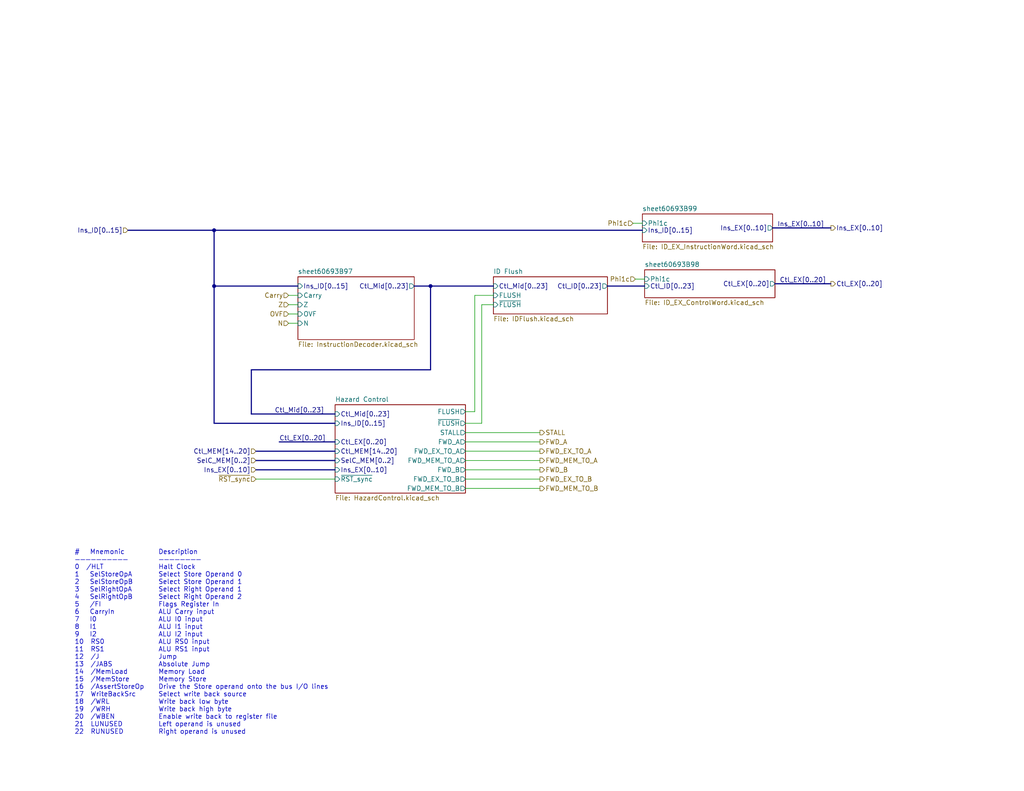
<source format=kicad_sch>
(kicad_sch (version 20230121) (generator eeschema)
  (paper "USLetter")
  (title_block (title "ID") (date "2023-11-25") (rev "A") (comment 1 "Simultaneously, read the register file using indices extracted from the instruction word.") (comment 2 "effect conditional instructions.") (comment 3 "The decoder takes the condition code from the flags register into account to") (comment 4 "The instruction decoder turns a 5-bit opcode into an array of control signals."))
  (lib_symbols)
  (junction (at 58.42 62.865))
  (junction (at 58.42 78.105))
  (junction (at 117.475 78.105))
  (wire (pts (xy 134.62 83.185) (xy 131.445 83.185)))
  (wire (pts (xy 81.28 88.265) (xy 78.74 88.265)))
  (bus (pts (xy 68.58 113.03) (xy 91.44 113.03)))
  (bus (pts (xy 117.475 100.965) (xy 117.475 78.105)))
  (wire (pts (xy 134.62 80.645) (xy 129.54 80.645)))
  (wire (pts (xy 129.54 80.645) (xy 129.54 112.395)))
  (wire (pts (xy 175.895 76.2) (xy 173.355 76.2)))
  (wire (pts (xy 127 128.27) (xy 147.32 128.27)))
  (wire (pts (xy 175.26 60.96) (xy 172.72 60.96)))
  (bus (pts (xy 69.85 128.27) (xy 91.44 128.27)))
  (bus (pts (xy 91.44 120.65) (xy 76.2 120.65)))
  (bus (pts (xy 165.735 78.105) (xy 175.895 78.105)))
  (wire (pts (xy 131.445 83.185) (xy 131.445 115.57)))
  (wire (pts (xy 81.28 85.725) (xy 78.74 85.725)))
  (wire (pts (xy 127 123.19) (xy 147.32 123.19)))
  (bus (pts (xy 58.42 115.57) (xy 91.44 115.57)))
  (bus (pts (xy 69.85 123.19) (xy 91.44 123.19)))
  (wire (pts (xy 127 120.65) (xy 147.32 120.65)))
  (bus (pts (xy 69.85 125.73) (xy 91.44 125.73)))
  (wire (pts (xy 81.28 83.185) (xy 78.74 83.185)))
  (wire (pts (xy 127 133.35) (xy 147.32 133.35)))
  (bus (pts (xy 34.925 62.865) (xy 58.42 62.865)))
  (bus (pts (xy 68.58 100.965) (xy 117.475 100.965)))
  (bus (pts (xy 81.28 78.105) (xy 58.42 78.105)))
  (wire (pts (xy 127 118.11) (xy 147.32 118.11)))
  (wire (pts (xy 131.445 115.57) (xy 127 115.57)))
  (wire (pts (xy 127 125.73) (xy 147.32 125.73)))
  (bus (pts (xy 117.475 78.105) (xy 134.62 78.105)))
  (bus (pts (xy 211.455 77.47) (xy 226.695 77.47)))
  (bus (pts (xy 58.42 62.865) (xy 175.26 62.865)))
  (wire (pts (xy 127 112.395) (xy 129.54 112.395)))
  (wire (pts (xy 147.32 130.81) (xy 127 130.81)))
  (bus (pts (xy 113.03 78.105) (xy 117.475 78.105)))
  (wire (pts (xy 81.28 80.645) (xy 78.74 80.645)))
  (bus (pts (xy 210.82 62.23) (xy 226.695 62.23)))
  (bus (pts (xy 58.42 78.105) (xy 58.42 115.57)))
  (bus (pts (xy 68.58 113.03) (xy 68.58 100.965)))
  (bus (pts (xy 58.42 62.865) (xy 58.42 78.105)))
  (wire (pts (xy 69.85 130.81) (xy 91.44 130.81)))
  (text "Description\n————————\nHalt Clock\nSelect Store Operand 0\nSelect Store Operand 1\nSelect Right Operand 1\nSelect Right Operand 2\nFlags Register In\nALU Carry input\nALU I0 input\nALU I1 input\nALU I2 input\nALU RS0 input\nALU RS1 input\nJump\nAbsolute Jump\nMemory Load\nMemory Store\nDrive the Store operand onto the bus I/O lines\nSelect write back source\nWrite back low byte\nWrite back high byte\nEnable write back to register file\nLeft operand is unused\nRight operand is unused" (at 43.18 200.66 0) (effects (font (size 1.27 1.27)) (justify left bottom)))
  (text "#   Mnemonic\n——————————\n0  /HLT\n1   SelStoreOpA\n2   SelStoreOpB\n3   SelRightOpA\n4   SelRightOpB\n5   /FI\n6   CarryIn\n7   I0\n8   I1\n9   I2\n10  RS0\n11  RS1\n12  /J\n13  /JABS\n14  /MemLoad\n15  /MemStore\n16  /AssertStoreOp\n17  WriteBackSrc\n18  /WRL\n19  /WRH\n20  /WBEN\n21  LUNUSED\n22  RUNUSED" (at 20.32 200.66 0) (effects (font (size 1.27 1.27)) (justify left bottom)))
  (label "Ins_EX[0..10]" (at 212.09 62.23 0))
  (label "Ctl_EX[0..20]" (at 76.2 120.65 0))
  (label "Ctl_EX[0..20]" (at 212.725 77.47 0))
  (label "Ctl_Mid[0..23]" (at 74.93 113.03 0))
  (hierarchical_label "Carry" (shape input) (at 78.74 80.645 180))
  (hierarchical_label "Phi1c" (shape input) (at 173.355 76.2 180))
  (hierarchical_label "OVF" (shape input) (at 78.74 85.725 180))
  (hierarchical_label "FWD_A" (shape output) (at 147.32 120.65 0))
  (hierarchical_label "N" (shape input) (at 78.74 88.265 180))
  (hierarchical_label "Z" (shape input) (at 78.74 83.185 180))
  (hierarchical_label "FWD_EX_TO_B" (shape output) (at 147.32 130.81 0))
  (hierarchical_label "Ctl_EX[0..20]" (shape output) (at 226.695 77.47 0))
  (hierarchical_label "Ins_EX[0..10]" (shape input) (at 69.85 128.27 180))
  (hierarchical_label "STALL" (shape output) (at 147.32 118.11 0))
  (hierarchical_label "Ctl_MEM[14..20]" (shape input) (at 69.85 123.19 180))
  (hierarchical_label "Ins_EX[0..10]" (shape output) (at 226.695 62.23 0))
  (hierarchical_label "FWD_MEM_TO_B" (shape output) (at 147.32 133.35 0))
  (hierarchical_label "Phi1c" (shape input) (at 172.72 60.96 180))
  (hierarchical_label "FWD_MEM_TO_A" (shape output) (at 147.32 125.73 0))
  (hierarchical_label "SelC_MEM[0..2]" (shape input) (at 69.85 125.73 180))
  (hierarchical_label "Ins_ID[0..15]" (shape input) (at 34.925 62.865 180))
  (hierarchical_label "FWD_EX_TO_A" (shape output) (at 147.32 123.19 0))
  (hierarchical_label "~{RST_sync}" (shape input) (at 69.85 130.81 180))
  (hierarchical_label "FWD_B" (shape output) (at 147.32 128.27 0))
  (sheet (at 91.44 110.49) (size 35.56 24.13)
    (property "Sheetname" "Hazard Control" (at 91.44 109.7784 0) (effects (justify left bottom)))
    (property "Sheetfile" "HazardControl.kicad_sch" (at 91.44 135.2046 0) (effects (justify left top)))
    (pin "SelC_MEM[0..2]" input (at 91.44 125.73 180))
    (pin "Ins_EX[0..10]" input (at 91.44 128.27 180))
    (pin "Ctl_MEM[14..20]" input (at 91.44 123.19 180))
    (pin "Ins_ID[0..15]" input (at 91.44 115.57 180))
    (pin "STALL" output (at 127 118.11 0))
    (pin "~{FLUSH}" output (at 127 115.57 0))
    (pin "FWD_A" output (at 127 120.65 0))
    (pin "FWD_EX_TO_A" output (at 127 123.19 0))
    (pin "FWD_MEM_TO_A" output (at 127 125.73 0))
    (pin "FWD_EX_TO_B" output (at 127 130.81 0))
    (pin "FWD_MEM_TO_B" output (at 127 133.35 0))
    (pin "FWD_B" output (at 127 128.27 0))
    (pin "Ctl_Mid[0..23]" input (at 91.44 113.03 180))
    (pin "~{RST_sync}" input (at 91.44 130.81 180))
    (pin "FLUSH" output (at 127 112.395 0))
    (pin "Ctl_EX[0..20]" input (at 91.44 120.65 180))
  )
  (sheet (at 81.28 75.565) (size 31.75 17.145)
    (property "Sheetname" "sheet60693B97" (at 81.28 74.8534 0) (effects (justify left bottom)))
    (property "Sheetfile" "InstructionDecoder.kicad_sch" (at 81.28 93.2946 0) (effects (justify left top)))
    (pin "Carry" input (at 81.28 80.645 180))
    (pin "Z" input (at 81.28 83.185 180))
    (pin "Ins_ID[0..15]" input (at 81.28 78.105 180))
    (pin "OVF" input (at 81.28 85.725 180))
    (pin "Ctl_Mid[0..23]" output (at 113.03 78.105 0))
    (pin "N" input (at 81.28 88.265 180))
  )
  (sheet (at 175.895 73.66) (size 35.56 7.62)
    (property "Sheetname" "sheet60693B98" (at 175.895 72.9484 0) (effects (justify left bottom)))
    (property "Sheetfile" "ID_EX_ControlWord.kicad_sch" (at 175.895 81.8646 0) (effects (justify left top)))
    (pin "Ctl_ID[0..23]" input (at 175.895 78.105 180))
    (pin "Ctl_EX[0..20]" output (at 211.455 77.47 0))
    (pin "Phi1c" input (at 175.895 76.2 180))
  )
  (sheet (at 175.26 58.42) (size 35.56 7.62)
    (property "Sheetname" "sheet60693B99" (at 175.26 57.7084 0) (effects (justify left bottom)))
    (property "Sheetfile" "ID_EX_InstructionWord.kicad_sch" (at 175.26 66.6246 0) (effects (justify left top)))
    (pin "Ins_ID[0..15]" input (at 175.26 62.865 180))
    (pin "Ins_EX[0..10]" output (at 210.82 62.23 0))
    (pin "Phi1c" input (at 175.26 60.96 180))
  )
  (sheet (at 134.62 75.565) (size 31.115 10.16) (stroke (width 0.1524))
    (property "Sheetname" "ID Flush" (at 134.62 74.8534 0) (effects (justify left bottom)))
    (property "Sheetfile" "IDFlush.kicad_sch" (at 134.62 86.3096 0) (effects (justify left top)))
    (pin "Ctl_ID[0..23]" output (at 165.735 78.105 0))
    (pin "~{FLUSH}" input (at 134.62 83.185 180))
    (pin "Ctl_Mid[0..23]" input (at 134.62 78.105 180))
    (pin "FLUSH" input (at 134.62 80.645 180))
  )
)
</source>
